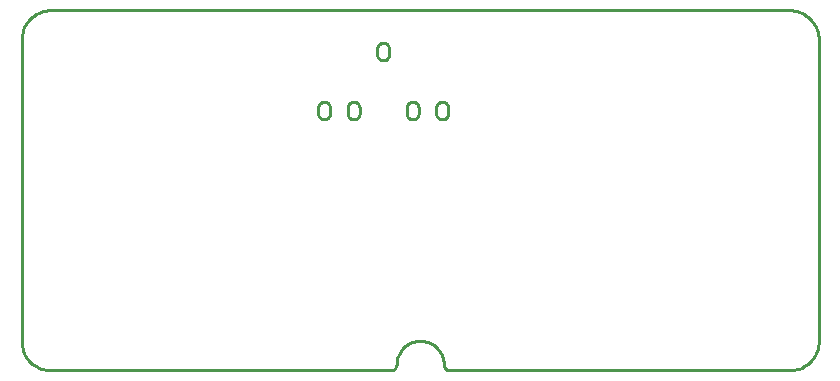
<source format=gbr>
G04 EAGLE Gerber RS-274X export*
G75*
%MOMM*%
%FSLAX34Y34*%
%LPD*%
%IN*%
%IPPOS*%
%AMOC8*
5,1,8,0,0,1.08239X$1,22.5*%
G01*
%ADD10C,0.254000*%


D10*
X0Y25000D02*
X95Y22821D01*
X380Y20659D01*
X852Y18530D01*
X1508Y16450D01*
X2342Y14435D01*
X3349Y12500D01*
X4521Y10661D01*
X5849Y8930D01*
X7322Y7322D01*
X8930Y5849D01*
X10661Y4521D01*
X12500Y3349D01*
X14435Y2342D01*
X16450Y1508D01*
X18530Y852D01*
X20659Y380D01*
X22821Y95D01*
X25000Y0D01*
X312500Y0D01*
X312936Y19D01*
X313368Y76D01*
X313794Y170D01*
X314210Y302D01*
X314613Y468D01*
X315000Y670D01*
X315368Y904D01*
X315714Y1170D01*
X316036Y1464D01*
X316330Y1786D01*
X316596Y2132D01*
X316830Y2500D01*
X317032Y2887D01*
X317198Y3290D01*
X317330Y3706D01*
X317424Y4132D01*
X317481Y4564D01*
X317500Y5000D01*
X317576Y6743D01*
X317804Y8473D01*
X318181Y10176D01*
X318706Y11840D01*
X319374Y13452D01*
X320180Y15000D01*
X321117Y16472D01*
X322179Y17856D01*
X323358Y19142D01*
X324644Y20321D01*
X326028Y21383D01*
X327500Y22321D01*
X329048Y23126D01*
X330660Y23794D01*
X332324Y24319D01*
X334027Y24696D01*
X335757Y24924D01*
X337500Y25000D01*
X339243Y24924D01*
X340973Y24696D01*
X342676Y24319D01*
X344340Y23794D01*
X345952Y23126D01*
X347500Y22321D01*
X348972Y21383D01*
X350356Y20321D01*
X351642Y19142D01*
X352821Y17856D01*
X353883Y16472D01*
X354821Y15000D01*
X355626Y13452D01*
X356294Y11840D01*
X356819Y10176D01*
X357196Y8473D01*
X357424Y6743D01*
X357500Y5000D01*
X357519Y4564D01*
X357576Y4132D01*
X357670Y3706D01*
X357802Y3290D01*
X357968Y2887D01*
X358170Y2500D01*
X358404Y2132D01*
X358670Y1786D01*
X358964Y1464D01*
X359286Y1170D01*
X359632Y904D01*
X360000Y670D01*
X360387Y468D01*
X360790Y302D01*
X361206Y170D01*
X361632Y76D01*
X362064Y19D01*
X362500Y0D01*
X650000Y0D01*
X652179Y95D01*
X654341Y380D01*
X656470Y852D01*
X658551Y1508D01*
X660565Y2342D01*
X662500Y3349D01*
X664339Y4521D01*
X666070Y5849D01*
X667678Y7322D01*
X669151Y8930D01*
X670479Y10661D01*
X671651Y12500D01*
X672658Y14435D01*
X673492Y16450D01*
X674148Y18530D01*
X674620Y20659D01*
X674905Y22821D01*
X675000Y25000D01*
X675000Y280000D01*
X674905Y282179D01*
X674620Y284341D01*
X674148Y286470D01*
X673492Y288551D01*
X672658Y290565D01*
X671651Y292500D01*
X670479Y294339D01*
X669151Y296070D01*
X667678Y297678D01*
X666070Y299151D01*
X664339Y300479D01*
X662500Y301651D01*
X660565Y302658D01*
X658551Y303492D01*
X656470Y304148D01*
X654341Y304620D01*
X652179Y304905D01*
X650000Y305000D01*
X25000Y305000D01*
X22821Y304905D01*
X20659Y304620D01*
X18530Y304148D01*
X16450Y303492D01*
X14435Y302658D01*
X12500Y301651D01*
X10661Y300479D01*
X8930Y299151D01*
X7322Y297678D01*
X5849Y296070D01*
X4521Y294339D01*
X3349Y292500D01*
X2342Y290565D01*
X1508Y288551D01*
X852Y286470D01*
X380Y284341D01*
X95Y282179D01*
X0Y280000D01*
X0Y25000D01*
X326182Y217455D02*
X326201Y217019D01*
X326258Y216587D01*
X326352Y216161D01*
X326484Y215745D01*
X326650Y215342D01*
X326852Y214955D01*
X327086Y214587D01*
X327352Y214241D01*
X327646Y213919D01*
X327968Y213625D01*
X328314Y213359D01*
X328682Y213125D01*
X329069Y212923D01*
X329472Y212757D01*
X329888Y212625D01*
X330314Y212531D01*
X330746Y212474D01*
X331182Y212455D01*
X331618Y212474D01*
X332050Y212531D01*
X332476Y212625D01*
X332892Y212757D01*
X333295Y212923D01*
X333682Y213125D01*
X334050Y213359D01*
X334396Y213625D01*
X334718Y213919D01*
X335012Y214241D01*
X335278Y214587D01*
X335512Y214955D01*
X335714Y215342D01*
X335880Y215745D01*
X336012Y216161D01*
X336106Y216587D01*
X336163Y217019D01*
X336182Y217455D01*
X336182Y222455D01*
X336163Y222891D01*
X336106Y223323D01*
X336012Y223749D01*
X335880Y224165D01*
X335714Y224568D01*
X335512Y224955D01*
X335278Y225323D01*
X335012Y225669D01*
X334718Y225991D01*
X334396Y226285D01*
X334050Y226551D01*
X333682Y226785D01*
X333295Y226987D01*
X332892Y227153D01*
X332476Y227285D01*
X332050Y227379D01*
X331618Y227436D01*
X331182Y227455D01*
X330746Y227436D01*
X330314Y227379D01*
X329888Y227285D01*
X329472Y227153D01*
X329069Y226987D01*
X328682Y226785D01*
X328314Y226551D01*
X327968Y226285D01*
X327646Y225991D01*
X327352Y225669D01*
X327086Y225323D01*
X326852Y224955D01*
X326650Y224568D01*
X326484Y224165D01*
X326352Y223749D01*
X326258Y223323D01*
X326201Y222891D01*
X326182Y222455D01*
X326182Y217455D01*
X351182Y217455D02*
X351201Y217019D01*
X351258Y216587D01*
X351352Y216161D01*
X351484Y215745D01*
X351650Y215342D01*
X351852Y214955D01*
X352086Y214587D01*
X352352Y214241D01*
X352646Y213919D01*
X352968Y213625D01*
X353314Y213359D01*
X353682Y213125D01*
X354069Y212923D01*
X354472Y212757D01*
X354888Y212625D01*
X355314Y212531D01*
X355746Y212474D01*
X356182Y212455D01*
X356618Y212474D01*
X357050Y212531D01*
X357476Y212625D01*
X357892Y212757D01*
X358295Y212923D01*
X358682Y213125D01*
X359050Y213359D01*
X359396Y213625D01*
X359718Y213919D01*
X360012Y214241D01*
X360278Y214587D01*
X360512Y214955D01*
X360714Y215342D01*
X360880Y215745D01*
X361012Y216161D01*
X361106Y216587D01*
X361163Y217019D01*
X361182Y217455D01*
X361182Y222455D01*
X361163Y222891D01*
X361106Y223323D01*
X361012Y223749D01*
X360880Y224165D01*
X360714Y224568D01*
X360512Y224955D01*
X360278Y225323D01*
X360012Y225669D01*
X359718Y225991D01*
X359396Y226285D01*
X359050Y226551D01*
X358682Y226785D01*
X358295Y226987D01*
X357892Y227153D01*
X357476Y227285D01*
X357050Y227379D01*
X356618Y227436D01*
X356182Y227455D01*
X355746Y227436D01*
X355314Y227379D01*
X354888Y227285D01*
X354472Y227153D01*
X354069Y226987D01*
X353682Y226785D01*
X353314Y226551D01*
X352968Y226285D01*
X352646Y225991D01*
X352352Y225669D01*
X352086Y225323D01*
X351852Y224955D01*
X351650Y224568D01*
X351484Y224165D01*
X351352Y223749D01*
X351258Y223323D01*
X351201Y222891D01*
X351182Y222455D01*
X351182Y217455D01*
X276182Y217455D02*
X276201Y217019D01*
X276258Y216587D01*
X276352Y216161D01*
X276484Y215745D01*
X276650Y215342D01*
X276852Y214955D01*
X277086Y214587D01*
X277352Y214241D01*
X277646Y213919D01*
X277968Y213625D01*
X278314Y213359D01*
X278682Y213125D01*
X279069Y212923D01*
X279472Y212757D01*
X279888Y212625D01*
X280314Y212531D01*
X280746Y212474D01*
X281182Y212455D01*
X281618Y212474D01*
X282050Y212531D01*
X282476Y212625D01*
X282892Y212757D01*
X283295Y212923D01*
X283682Y213125D01*
X284050Y213359D01*
X284396Y213625D01*
X284718Y213919D01*
X285012Y214241D01*
X285278Y214587D01*
X285512Y214955D01*
X285714Y215342D01*
X285880Y215745D01*
X286012Y216161D01*
X286106Y216587D01*
X286163Y217019D01*
X286182Y217455D01*
X286182Y222455D01*
X286163Y222891D01*
X286106Y223323D01*
X286012Y223749D01*
X285880Y224165D01*
X285714Y224568D01*
X285512Y224955D01*
X285278Y225323D01*
X285012Y225669D01*
X284718Y225991D01*
X284396Y226285D01*
X284050Y226551D01*
X283682Y226785D01*
X283295Y226987D01*
X282892Y227153D01*
X282476Y227285D01*
X282050Y227379D01*
X281618Y227436D01*
X281182Y227455D01*
X280746Y227436D01*
X280314Y227379D01*
X279888Y227285D01*
X279472Y227153D01*
X279069Y226987D01*
X278682Y226785D01*
X278314Y226551D01*
X277968Y226285D01*
X277646Y225991D01*
X277352Y225669D01*
X277086Y225323D01*
X276852Y224955D01*
X276650Y224568D01*
X276484Y224165D01*
X276352Y223749D01*
X276258Y223323D01*
X276201Y222891D01*
X276182Y222455D01*
X276182Y217455D01*
X251182Y217455D02*
X251201Y217019D01*
X251258Y216587D01*
X251352Y216161D01*
X251484Y215745D01*
X251650Y215342D01*
X251852Y214955D01*
X252086Y214587D01*
X252352Y214241D01*
X252646Y213919D01*
X252968Y213625D01*
X253314Y213359D01*
X253682Y213125D01*
X254069Y212923D01*
X254472Y212757D01*
X254888Y212625D01*
X255314Y212531D01*
X255746Y212474D01*
X256182Y212455D01*
X256618Y212474D01*
X257050Y212531D01*
X257476Y212625D01*
X257892Y212757D01*
X258295Y212923D01*
X258682Y213125D01*
X259050Y213359D01*
X259396Y213625D01*
X259718Y213919D01*
X260012Y214241D01*
X260278Y214587D01*
X260512Y214955D01*
X260714Y215342D01*
X260880Y215745D01*
X261012Y216161D01*
X261106Y216587D01*
X261163Y217019D01*
X261182Y217455D01*
X261182Y222455D01*
X261163Y222891D01*
X261106Y223323D01*
X261012Y223749D01*
X260880Y224165D01*
X260714Y224568D01*
X260512Y224955D01*
X260278Y225323D01*
X260012Y225669D01*
X259718Y225991D01*
X259396Y226285D01*
X259050Y226551D01*
X258682Y226785D01*
X258295Y226987D01*
X257892Y227153D01*
X257476Y227285D01*
X257050Y227379D01*
X256618Y227436D01*
X256182Y227455D01*
X255746Y227436D01*
X255314Y227379D01*
X254888Y227285D01*
X254472Y227153D01*
X254069Y226987D01*
X253682Y226785D01*
X253314Y226551D01*
X252968Y226285D01*
X252646Y225991D01*
X252352Y225669D01*
X252086Y225323D01*
X251852Y224955D01*
X251650Y224568D01*
X251484Y224165D01*
X251352Y223749D01*
X251258Y223323D01*
X251201Y222891D01*
X251182Y222455D01*
X251182Y217455D01*
X301182Y267455D02*
X301201Y267019D01*
X301258Y266587D01*
X301352Y266161D01*
X301484Y265745D01*
X301650Y265342D01*
X301852Y264955D01*
X302086Y264587D01*
X302352Y264241D01*
X302646Y263919D01*
X302968Y263625D01*
X303314Y263359D01*
X303682Y263125D01*
X304069Y262923D01*
X304472Y262757D01*
X304888Y262625D01*
X305314Y262531D01*
X305746Y262474D01*
X306182Y262455D01*
X306618Y262474D01*
X307050Y262531D01*
X307476Y262625D01*
X307892Y262757D01*
X308295Y262923D01*
X308682Y263125D01*
X309050Y263359D01*
X309396Y263625D01*
X309718Y263919D01*
X310012Y264241D01*
X310278Y264587D01*
X310512Y264955D01*
X310714Y265342D01*
X310880Y265745D01*
X311012Y266161D01*
X311106Y266587D01*
X311163Y267019D01*
X311182Y267455D01*
X311182Y272455D01*
X311163Y272891D01*
X311106Y273323D01*
X311012Y273749D01*
X310880Y274165D01*
X310714Y274568D01*
X310512Y274955D01*
X310278Y275323D01*
X310012Y275669D01*
X309718Y275991D01*
X309396Y276285D01*
X309050Y276551D01*
X308682Y276785D01*
X308295Y276987D01*
X307892Y277153D01*
X307476Y277285D01*
X307050Y277379D01*
X306618Y277436D01*
X306182Y277455D01*
X305746Y277436D01*
X305314Y277379D01*
X304888Y277285D01*
X304472Y277153D01*
X304069Y276987D01*
X303682Y276785D01*
X303314Y276551D01*
X302968Y276285D01*
X302646Y275991D01*
X302352Y275669D01*
X302086Y275323D01*
X301852Y274955D01*
X301650Y274568D01*
X301484Y274165D01*
X301352Y273749D01*
X301258Y273323D01*
X301201Y272891D01*
X301182Y272455D01*
X301182Y267455D01*
M02*

</source>
